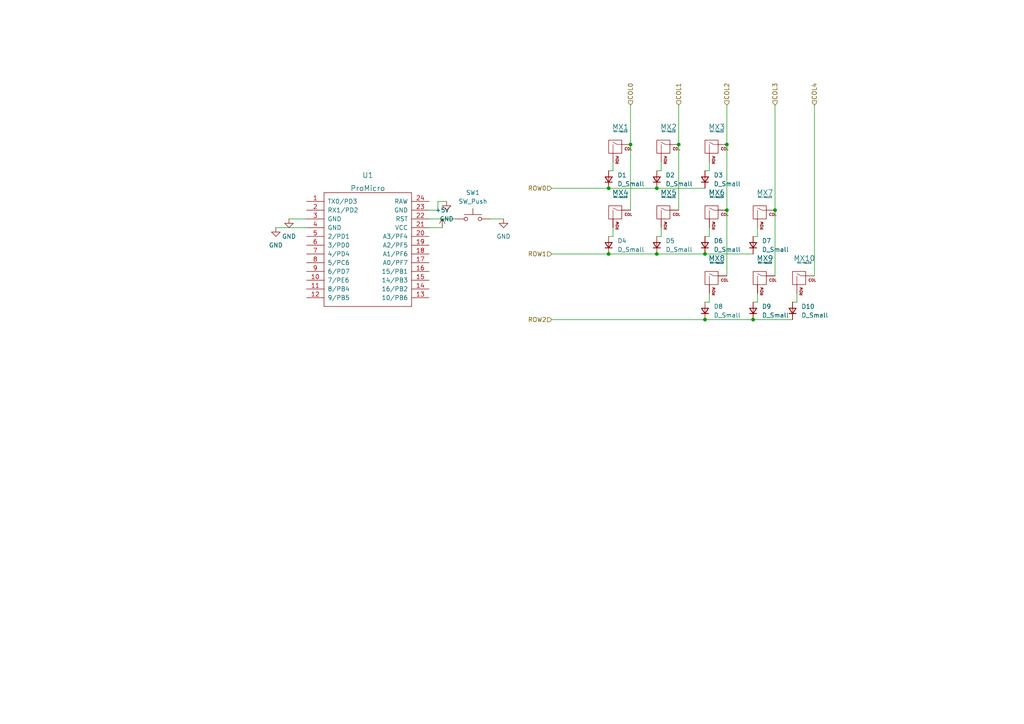
<source format=kicad_sch>
(kicad_sch (version 20211123) (generator eeschema)
  (paper "A4")
  (lib_symbols
    (symbol "Device:D_Small" (pin_numbers hide) (pin_names (offset 0.254) hide)
      (property "Reference" "D" (at -1.27 2.032 0))
      (property "Value" "D_Small" (at -3.81 -2.032 0))
      (symbol "D_Small_0_1"
        (polyline (pts (xy -0.762 -1.016) (xy -0.762 1.016)) (stroke (width 0.254)))
        (polyline (pts (xy -0.762 0) (xy 0.762 0)))
        (polyline (pts (xy 0.762 -1.016) (xy -0.762 0) (xy 0.762 1.016) (xy 0.762 -1.016)) (stroke (width 0.254)))
      )
      (symbol "D_Small_1_1"
        (pin passive line (at -2.54 0 0) (length 1.778) (name "K") (number "1"))
        (pin passive line (at 2.54 0 180) (length 1.778) (name "A") (number "2"))
      )
    )
    (symbol "MX_Alps_Hybrid:MX-NoLED" (pin_names (offset 1.016))
      (property "Reference" "MX" (at -0.635 3.81 0))
      (property "Value" "MX-NoLED" (at -0.635 1.27 0))
      (symbol "MX-NoLED_0_0"
        (rectangle (start -2.54 2.54) (end 1.27 -1.27))
        (polyline (pts (xy -1.27 -1.27) (xy -1.27 1.27)) (stroke (width 0.127)))
        (polyline (pts (xy 1.27 1.27) (xy 0 1.27) (xy -1.27 1.905)) (stroke (width 0.127)))
        (text "COL" (at 3.175 0 0) (effects (font (size 0.762 0.762))))
        (text "ROW" (at 0 -1.905 900) (effects (font (size 0.762 0.762)) (justify right)))
      )
      (symbol "MX-NoLED_1_1"
        (pin passive line (at 3.81 1.27 180) (length 2.54) (name "COL") (number "1"))
        (pin passive line (at -1.27 -3.81 90) (length 2.54) (name "ROW") (number "2"))
      )
    )
    (symbol "Switch:SW_Push" (pin_numbers hide) (pin_names (offset 1.016) hide)
      (property "Reference" "SW" (at 1.27 2.54 0))
      (property "Value" "SW_Push" (at 0 -1.524 0))
      (symbol "SW_Push_0_1"
        (circle (center -2.032 0) (radius 0.508))
        (polyline (pts (xy 0 1.27) (xy 0 3.048)))
        (polyline (pts (xy 2.54 1.27) (xy -2.54 1.27)))
        (circle (center 2.032 0) (radius 0.508))
        (pin passive line (at -5.08 0 0) (length 2.54) (name "1") (number "1"))
        (pin passive line (at 5.08 0 180) (length 2.54) (name "2") (number "2"))
      )
    )
    (symbol "keebio:ProMicro" (pin_names (offset 1.016))
      (property "Reference" "U" (at 0 0 0))
      (property "Value" "ProMicro" (at 0 -19.05 0))
      (symbol "ProMicro_0_1"
        (rectangle (start -12.7 -16.51) (end 12.7 16.51))
      )
      (symbol "ProMicro_1_1"
        (pin input line (at -17.78 13.97 0) (length 5.08) (name "TX0/PD3") (number "1"))
        (pin input line (at -17.78 -8.89 0) (length 5.08) (name "7/PE6") (number "10"))
        (pin input line (at -17.78 -11.43 0) (length 5.08) (name "8/PB4") (number "11"))
        (pin input line (at -17.78 -13.97 0) (length 5.08) (name "9/PB5") (number "12"))
        (pin input line (at 17.78 -13.97 180) (length 5.08) (name "10/PB6") (number "13"))
        (pin input line (at 17.78 -11.43 180) (length 5.08) (name "16/PB2") (number "14"))
        (pin input line (at 17.78 -8.89 180) (length 5.08) (name "14/PB3") (number "15"))
        (pin input line (at 17.78 -6.35 180) (length 5.08) (name "15/PB1") (number "16"))
        (pin input line (at 17.78 -3.81 180) (length 5.08) (name "A0/PF7") (number "17"))
        (pin input line (at 17.78 -1.27 180) (length 5.08) (name "A1/PF6") (number "18"))
        (pin input line (at 17.78 1.27 180) (length 5.08) (name "A2/PF5") (number "19"))
        (pin input line (at -17.78 11.43 0) (length 5.08) (name "RX1/PD2") (number "2"))
        (pin input line (at 17.78 3.81 180) (length 5.08) (name "A3/PF4") (number "20"))
        (pin input line (at 17.78 6.35 180) (length 5.08) (name "VCC") (number "21"))
        (pin input line (at 17.78 8.89 180) (length 5.08) (name "RST") (number "22"))
        (pin input line (at 17.78 11.43 180) (length 5.08) (name "GND") (number "23"))
        (pin input line (at 17.78 13.97 180) (length 5.08) (name "RAW") (number "24"))
        (pin input line (at -17.78 8.89 0) (length 5.08) (name "GND") (number "3"))
        (pin input line (at -17.78 6.35 0) (length 5.08) (name "GND") (number "4"))
        (pin input line (at -17.78 3.81 0) (length 5.08) (name "2/PD1") (number "5"))
        (pin input line (at -17.78 1.27 0) (length 5.08) (name "3/PD0") (number "6"))
        (pin input line (at -17.78 -1.27 0) (length 5.08) (name "4/PD4") (number "7"))
        (pin input line (at -17.78 -3.81 0) (length 5.08) (name "5/PC6") (number "8"))
        (pin input line (at -17.78 -6.35 0) (length 5.08) (name "6/PD7") (number "9"))
      )
    )
    (symbol "power:+5V" (power) (pin_names (offset 0))
      (property "Value" "+5V" (at 0 3.556 0))
      (symbol "+5V_0_1"
        (polyline (pts (xy -0.762 1.27) (xy 0 2.54)))
        (polyline (pts (xy 0 0) (xy 0 2.54)))
        (polyline (pts (xy 0 2.54) (xy 0.762 1.27)))
      )
      (symbol "+5V_1_1"
        (pin power_in line (at 0 0 90) (length 0) hide (name "+5V") (number "1"))
      )
    )
    (symbol "power:GND" (power) (pin_names (offset 0))
      (property "Value" "GND" (at 0 -3.81 0))
      (symbol "GND_0_1"
        (polyline (pts (xy 0 0) (xy 0 -1.27) (xy 1.27 -1.27) (xy 0 -2.54) (xy -1.27 -1.27) (xy 0 -1.27)))
      )
      (symbol "GND_1_1"
        (pin power_in line (at 0 0 270) (length 0) hide (name "GND") (number "1"))
      )
    )
  )
  (junction (at 210.82 60.96))
  (junction (at 196.85 41.91))
  (junction (at 176.53 73.66))
  (junction (at 176.53 54.61))
  (junction (at 218.44 92.71))
  (junction (at 204.47 92.71))
  (junction (at 190.5 73.66))
  (junction (at 224.79 60.96))
  (junction (at 190.5 54.61))
  (junction (at 210.82 41.91))
  (junction (at 182.88 41.91))
  (junction (at 204.47 73.66))
  (wire (pts (xy 229.87 87.63) (xy 231.14 87.63)))
  (wire (pts (xy 196.85 30.48) (xy 196.85 41.91)))
  (wire (pts (xy 160.02 73.66) (xy 176.53 73.66)))
  (wire (pts (xy 224.79 60.96) (xy 224.79 80.01)))
  (wire (pts (xy 142.24 63.5) (xy 146.05 63.5)))
  (wire (pts (xy 205.74 85.09) (xy 205.74 87.63)))
  (wire (pts (xy 190.5 68.58) (xy 191.77 68.58)))
  (wire (pts (xy 219.71 66.04) (xy 219.71 68.58)))
  (wire (pts (xy 204.47 49.53) (xy 205.74 49.53)))
  (wire (pts (xy 210.82 30.48) (xy 210.82 41.91)))
  (wire (pts (xy 190.5 49.53) (xy 191.77 49.53)))
  (wire (pts (xy 127 60.96) (xy 127 58.42)))
  (wire (pts (xy 190.5 73.66) (xy 204.47 73.66)))
  (wire (pts (xy 205.74 66.04) (xy 205.74 68.58)))
  (wire (pts (xy 218.44 92.71) (xy 229.87 92.71)))
  (wire (pts (xy 83.82 63.5) (xy 88.9 63.5)))
  (wire (pts (xy 231.14 85.09) (xy 231.14 87.63)))
  (wire (pts (xy 204.47 73.66) (xy 218.44 73.66)))
  (wire (pts (xy 190.5 54.61) (xy 204.47 54.61)))
  (wire (pts (xy 196.85 41.91) (xy 196.85 60.96)))
  (wire (pts (xy 182.88 30.48) (xy 182.88 41.91)))
  (wire (pts (xy 160.02 92.71) (xy 204.47 92.71)))
  (wire (pts (xy 236.22 30.48) (xy 236.22 80.01)))
  (wire (pts (xy 176.53 49.53) (xy 177.8 49.53)))
  (wire (pts (xy 177.8 66.04) (xy 177.8 68.58)))
  (wire (pts (xy 176.53 68.58) (xy 177.8 68.58)))
  (wire (pts (xy 127 58.42) (xy 129.54 58.42)))
  (wire (pts (xy 204.47 92.71) (xy 218.44 92.71)))
  (wire (pts (xy 210.82 60.96) (xy 210.82 80.01)))
  (wire (pts (xy 218.44 87.63) (xy 219.71 87.63)))
  (wire (pts (xy 80.01 66.04) (xy 88.9 66.04)))
  (wire (pts (xy 210.82 41.91) (xy 210.82 60.96)))
  (wire (pts (xy 204.47 87.63) (xy 205.74 87.63)))
  (wire (pts (xy 191.77 46.99) (xy 191.77 49.53)))
  (wire (pts (xy 124.46 63.5) (xy 132.08 63.5)))
  (wire (pts (xy 204.47 68.58) (xy 205.74 68.58)))
  (wire (pts (xy 218.44 68.58) (xy 219.71 68.58)))
  (wire (pts (xy 205.74 46.99) (xy 205.74 49.53)))
  (wire (pts (xy 182.88 41.91) (xy 182.88 60.96)))
  (wire (pts (xy 224.79 30.48) (xy 224.79 60.96)))
  (wire (pts (xy 219.71 85.09) (xy 219.71 87.63)))
  (wire (pts (xy 160.02 54.61) (xy 176.53 54.61)))
  (wire (pts (xy 124.46 60.96) (xy 127 60.96)))
  (wire (pts (xy 177.8 46.99) (xy 177.8 49.53)))
  (wire (pts (xy 124.46 66.04) (xy 128.27 66.04)))
  (wire (pts (xy 176.53 73.66) (xy 190.5 73.66)))
  (wire (pts (xy 176.53 54.61) (xy 190.5 54.61)))
  (wire (pts (xy 191.77 66.04) (xy 191.77 68.58)))
  (hierarchical_label "COL4" (shape input) (at 236.22 30.48 90))
  (hierarchical_label "ROW0" (shape input) (at 160.02 54.61 180))
  (hierarchical_label "COL1" (shape input) (at 196.85 30.48 90))
  (hierarchical_label "ROW1" (shape input) (at 160.02 73.66 180))
  (hierarchical_label "ROW2" (shape input) (at 160.02 92.71 180))
  (hierarchical_label "COL2" (shape input) (at 210.82 30.48 90))
  (hierarchical_label "COL3" (shape input) (at 224.79 30.48 90))
  (hierarchical_label "COL0" (shape input) (at 182.88 30.48 90))
  (symbol (lib_id "power:GND") (at 80.01 66.04 0) (unit 1)
    (property "Reference" "#PWR0104" (effects hide))
    (property "Value" "GND" (at 80.01 71.12 0))
  )
  (symbol (lib_id "MX_Alps_Hybrid:MX-NoLED") (at 193.04 43.18 0) (unit 1)
    (property "Reference" "MX2" (at 193.9256 36.83 0) (effects (font (size 1.524 1.524))))
    (property "Value" "MX-NoLED" (at 193.9256 38.1 0) (effects (font (size 0.508 0.508))))
    (property "Footprint" "MX_Only:MXOnly-1U-NoLED" (effects hide))
  )
  (symbol (lib_id "Device:D_Small") (at 204.47 90.17 90) (unit 1)
    (property "Reference" "D8" (at 207.01 88.8999 90) (effects (justify right)))
    (property "Value" "D_Small" (at 207.01 91.4399 90) (effects (justify right)))
    (property "Footprint" "Diode_SMD:D_SOD-123" (effects hide))
  )
  (symbol (lib_id "MX_Alps_Hybrid:MX-NoLED") (at 207.01 62.23 0) (unit 1)
    (property "Reference" "MX6" (at 207.8956 55.88 0) (effects (font (size 1.524 1.524))))
    (property "Value" "MX-NoLED" (at 207.8956 57.15 0) (effects (font (size 0.508 0.508))))
    (property "Footprint" "MX_Only:MXOnly-1U-NoLED" (effects hide))
  )
  (symbol (lib_id "Device:D_Small") (at 176.53 52.07 90) (unit 1)
    (property "Reference" "D1" (at 179.07 50.7999 90) (effects (justify right)))
    (property "Value" "D_Small" (at 179.07 53.3399 90) (effects (justify right)))
    (property "Footprint" "Diode_SMD:D_SOD-123" (effects hide))
  )
  (symbol (lib_id "keebio:ProMicro") (at 106.68 72.39 0) (unit 1)
    (property "Reference" "U1" (at 106.68 50.8 0) (effects (font (size 1.524 1.524))))
    (property "Value" "ProMicro" (at 106.68 54.61 0) (effects (font (size 1.524 1.524))))
    (property "Footprint" "Keebio-Parts:ArduinoProMicro" (effects hide))
  )
  (symbol (lib_id "MX_Alps_Hybrid:MX-NoLED") (at 179.07 43.18 0) (unit 1)
    (property "Reference" "MX1" (at 179.9556 36.83 0) (effects (font (size 1.524 1.524))))
    (property "Value" "MX-NoLED" (at 179.9556 38.1 0) (effects (font (size 0.508 0.508))))
    (property "Footprint" "MX_Only:MXOnly-1U-NoLED" (effects hide))
  )
  (symbol (lib_id "MX_Alps_Hybrid:MX-NoLED") (at 207.01 43.18 0) (unit 1)
    (property "Reference" "MX3" (at 207.8956 36.83 0) (effects (font (size 1.524 1.524))))
    (property "Value" "MX-NoLED" (at 207.8956 38.1 0) (effects (font (size 0.508 0.508))))
    (property "Footprint" "MX_Only:MXOnly-1U-NoLED" (effects hide))
  )
  (symbol (lib_id "Device:D_Small") (at 204.47 52.07 90) (unit 1)
    (property "Reference" "D3" (at 207.01 50.7999 90) (effects (justify right)))
    (property "Value" "D_Small" (at 207.01 53.3399 90) (effects (justify right)))
    (property "Footprint" "Diode_SMD:D_SOD-123" (effects hide))
  )
  (symbol (lib_id "MX_Alps_Hybrid:MX-NoLED") (at 193.04 62.23 0) (unit 1)
    (property "Reference" "MX5" (at 193.9256 55.88 0) (effects (font (size 1.524 1.524))))
    (property "Value" "MX-NoLED" (at 193.9256 57.15 0) (effects (font (size 0.508 0.508))))
    (property "Footprint" "MX_Only:MXOnly-1U-NoLED" (effects hide))
  )
  (symbol (lib_id "power:+5V") (at 128.27 66.04 0) (unit 1)
    (property "Reference" "#PWR0101" (effects hide))
    (property "Value" "+5V" (at 128.27 60.96 0))
  )
  (symbol (lib_id "Device:D_Small") (at 204.47 71.12 90) (unit 1)
    (property "Reference" "D6" (at 207.01 69.8499 90) (effects (justify right)))
    (property "Value" "D_Small" (at 207.01 72.3899 90) (effects (justify right)))
    (property "Footprint" "Diode_SMD:D_SOD-123" (effects hide))
  )
  (symbol (lib_id "MX_Alps_Hybrid:MX-NoLED") (at 179.07 62.23 0) (unit 1)
    (property "Reference" "MX4" (at 179.9556 55.88 0) (effects (font (size 1.524 1.524))))
    (property "Value" "MX-NoLED" (at 179.9556 57.15 0) (effects (font (size 0.508 0.508))))
    (property "Footprint" "MX_Only:MXOnly-1U-NoLED" (effects hide))
  )
  (symbol (lib_id "Switch:SW_Push") (at 137.16 63.5 0) (unit 1)
    (property "Reference" "SW1" (at 137.16 55.88 0))
    (property "Value" "SW_Push" (at 137.16 58.42 0))
    (property "Footprint" "Keebio-Parts:SW_Tactile_SPST_Angled_MJTP1117-no-mount" (effects hide))
  )
  (symbol (lib_id "Device:D_Small") (at 190.5 52.07 90) (unit 1)
    (property "Reference" "D2" (at 193.04 50.7999 90) (effects (justify right)))
    (property "Value" "D_Small" (at 193.04 53.3399 90) (effects (justify right)))
    (property "Footprint" "Diode_SMD:D_SOD-123" (effects hide))
  )
  (symbol (lib_id "MX_Alps_Hybrid:MX-NoLED") (at 220.98 62.23 0) (unit 1)
    (property "Reference" "MX7" (at 221.8656 55.88 0) (effects (font (size 1.524 1.524))))
    (property "Value" "MX-NoLED" (at 221.8656 57.15 0) (effects (font (size 0.508 0.508))))
    (property "Footprint" "MX_Only:MXOnly-1U-NoLED" (effects hide))
  )
  (symbol (lib_id "MX_Alps_Hybrid:MX-NoLED") (at 207.01 81.28 0) (unit 1)
    (property "Reference" "MX8" (at 207.8956 74.93 0) (effects (font (size 1.524 1.524))))
    (property "Value" "MX-NoLED" (at 207.8956 76.2 0) (effects (font (size 0.508 0.508))))
  )
  (symbol (lib_id "power:GND") (at 146.05 63.5 0) (unit 1)
    (property "Reference" "#PWR0102" (effects hide))
    (property "Value" "GND" (at 146.05 68.58 0))
  )
  (symbol (lib_id "Device:D_Small") (at 190.5 71.12 90) (unit 1)
    (property "Reference" "D5" (at 193.04 69.8499 90) (effects (justify right)))
    (property "Value" "D_Small" (at 193.04 72.3899 90) (effects (justify right)))
    (property "Footprint" "Diode_SMD:D_SOD-123" (effects hide))
  )
  (symbol (lib_id "Device:D_Small") (at 218.44 71.12 90) (unit 1)
    (property "Reference" "D7" (at 220.98 69.8499 90) (effects (justify right)))
    (property "Value" "D_Small" (at 220.98 72.3899 90) (effects (justify right)))
    (property "Footprint" "Diode_SMD:D_SOD-123" (effects hide))
  )
  (symbol (lib_id "Device:D_Small") (at 176.53 71.12 90) (unit 1)
    (property "Reference" "D4" (at 179.07 69.8499 90) (effects (justify right)))
    (property "Value" "D_Small" (at 179.07 72.3899 90) (effects (justify right)))
    (property "Footprint" "Diode_SMD:D_SOD-123" (effects hide))
  )
  (symbol (lib_id "MX_Alps_Hybrid:MX-NoLED") (at 232.41 81.28 0) (unit 1)
    (property "Reference" "MX10" (at 233.2956 74.93 0) (effects (font (size 1.524 1.524))))
    (property "Value" "MX-NoLED" (at 233.2956 76.2 0) (effects (font (size 0.508 0.508))))
    (property "Footprint" "MX_Only:MXOnly-1U-NoLED" (effects hide))
  )
  (symbol (lib_id "power:GND") (at 83.82 63.5 0) (unit 1)
    (property "Reference" "#PWR0105" (effects hide))
    (property "Value" "GND" (at 83.82 68.58 0))
  )
  (symbol (lib_id "Device:D_Small") (at 229.87 90.17 90) (unit 1)
    (property "Reference" "D10" (at 232.41 88.8999 90) (effects (justify right)))
    (property "Value" "D_Small" (at 232.41 91.4399 90) (effects (justify right)))
    (property "Footprint" "Diode_SMD:D_SOD-123" (effects hide))
  )
  (symbol (lib_id "Device:D_Small") (at 218.44 90.17 90) (unit 1)
    (property "Reference" "D9" (at 220.98 88.8999 90) (effects (justify right)))
    (property "Value" "D_Small" (at 220.98 91.4399 90) (effects (justify right)))
    (property "Footprint" "Diode_SMD:D_SOD-123" (effects hide))
  )
  (symbol (lib_id "power:GND") (at 129.54 58.42 0) (unit 1)
    (property "Reference" "#PWR0103" (effects hide))
    (property "Value" "GND" (at 129.54 63.5 0))
  )
  (symbol (lib_id "MX_Alps_Hybrid:MX-NoLED") (at 220.98 81.28 0) (unit 1)
    (property "Reference" "MX9" (at 221.8656 74.93 0) (effects (font (size 1.524 1.524))))
    (property "Value" "MX-NoLED" (at 221.8656 76.2 0) (effects (font (size 0.508 0.508))))
    (property "Footprint" "MX_Only:MXOnly-1U-NoLED" (effects hide))
  )
)
</source>
